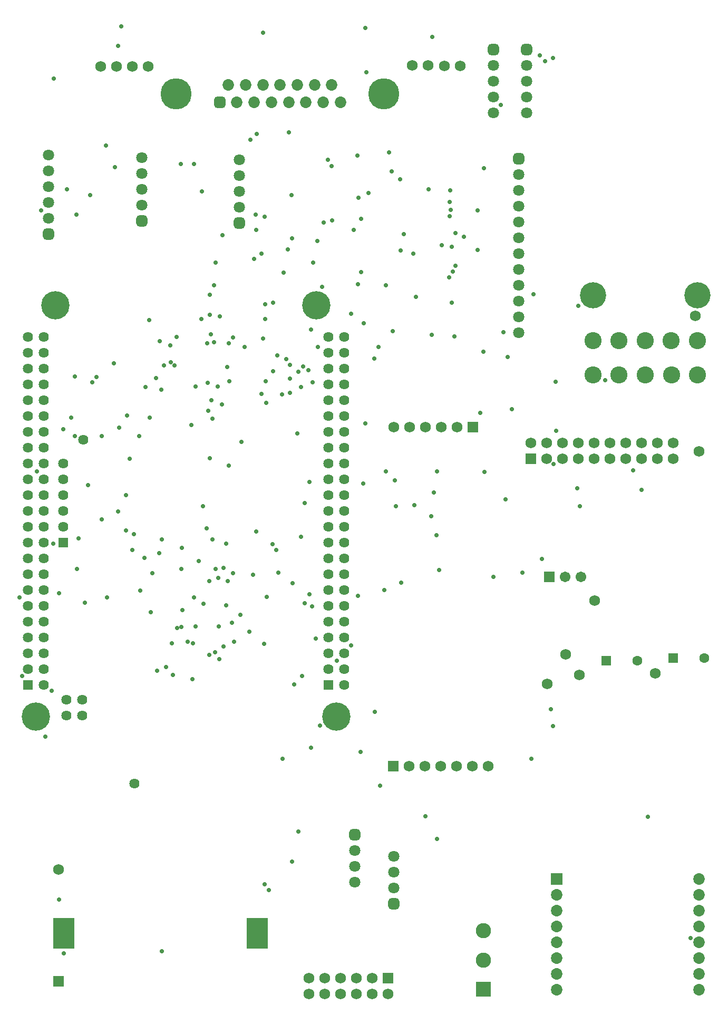
<source format=gbs>
G04*
G04 #@! TF.GenerationSoftware,Altium Limited,Altium Designer,24.1.2 (44)*
G04*
G04 Layer_Color=16711935*
%FSLAX44Y44*%
%MOMM*%
G71*
G04*
G04 #@! TF.SameCoordinates,9E3D1DA3-FC52-4BB6-AAC9-55B28770B0AD*
G04*
G04*
G04 #@! TF.FilePolarity,Negative*
G04*
G01*
G75*
%ADD78C,1.7272*%
%ADD87C,1.8032*%
G04:AMPARAMS|DCode=88|XSize=1.8032mm|YSize=1.8032mm|CornerRadius=0.5016mm|HoleSize=0mm|Usage=FLASHONLY|Rotation=90.000|XOffset=0mm|YOffset=0mm|HoleType=Round|Shape=RoundedRectangle|*
%AMROUNDEDRECTD88*
21,1,1.8032,0.8000,0,0,90.0*
21,1,0.8000,1.8032,0,0,90.0*
1,1,1.0032,0.4000,0.4000*
1,1,1.0032,0.4000,-0.4000*
1,1,1.0032,-0.4000,-0.4000*
1,1,1.0032,-0.4000,0.4000*
%
%ADD88ROUNDEDRECTD88*%
%ADD89R,1.7272X1.7272*%
%ADD90C,1.7532*%
%ADD91R,1.7532X1.7532*%
%ADD92C,2.7432*%
%ADD93C,4.2032*%
%ADD94R,1.7032X1.7032*%
%ADD95C,1.7032*%
%ADD96R,2.4500X2.4500*%
%ADD97C,2.4500*%
%ADD98R,1.8542X1.8542*%
%ADD99C,1.8542*%
%ADD100R,1.7532X1.7532*%
%ADD101C,1.6256*%
%ADD102C,4.5466*%
%ADD103R,1.6256X1.6256*%
%ADD104C,1.8532*%
%ADD105C,5.0032*%
G04:AMPARAMS|DCode=106|XSize=1.8532mm|YSize=1.8532mm|CornerRadius=0.5141mm|HoleSize=0mm|Usage=FLASHONLY|Rotation=180.000|XOffset=0mm|YOffset=0mm|HoleType=Round|Shape=RoundedRectangle|*
%AMROUNDEDRECTD106*
21,1,1.8532,0.8250,0,0,180.0*
21,1,0.8250,1.8532,0,0,180.0*
1,1,1.0282,-0.4125,0.4125*
1,1,1.0282,0.4125,0.4125*
1,1,1.0282,0.4125,-0.4125*
1,1,1.0282,-0.4125,-0.4125*
%
%ADD106ROUNDEDRECTD106*%
%ADD107R,1.6032X1.6032*%
%ADD108C,1.6032*%
%ADD109C,1.7400*%
%ADD110R,1.7400X1.7400*%
%ADD111C,0.7112*%
%ADD141R,3.3532X4.9832*%
D78*
X102870Y236636D02*
D03*
X747776Y1527048D02*
D03*
X722376D02*
D03*
X696214Y1527302D02*
D03*
X670814D02*
D03*
X246634Y1525778D02*
D03*
X221234D02*
D03*
X196088Y1526032D02*
D03*
X170688D02*
D03*
X939528Y548878D02*
D03*
X887984Y534162D02*
D03*
X1061212Y551434D02*
D03*
X916940Y581914D02*
D03*
X963897Y668307D02*
D03*
X1131824Y907796D02*
D03*
X1125474Y1125728D02*
D03*
D87*
X392938Y1325626D02*
D03*
Y1300226D02*
D03*
Y1351026D02*
D03*
Y1376426D02*
D03*
X578357Y267208D02*
D03*
Y241808D02*
D03*
Y216408D02*
D03*
X842264Y1174496D02*
D03*
Y1250696D02*
D03*
Y1301496D02*
D03*
Y1352296D02*
D03*
Y1326896D02*
D03*
Y1276096D02*
D03*
Y1225296D02*
D03*
Y1199896D02*
D03*
Y1149096D02*
D03*
Y1123696D02*
D03*
Y1098296D02*
D03*
X800862Y1502664D02*
D03*
Y1528064D02*
D03*
Y1477264D02*
D03*
Y1451864D02*
D03*
X236220Y1379220D02*
D03*
Y1353820D02*
D03*
Y1303020D02*
D03*
Y1328420D02*
D03*
X641096Y206755D02*
D03*
Y232155D02*
D03*
Y257555D02*
D03*
X854710Y1451864D02*
D03*
Y1477264D02*
D03*
Y1528064D02*
D03*
Y1502664D02*
D03*
X86868Y1383538D02*
D03*
Y1358138D02*
D03*
Y1307338D02*
D03*
Y1281938D02*
D03*
Y1332738D02*
D03*
D88*
X392938Y1274826D02*
D03*
X578357Y292608D02*
D03*
X842264Y1377696D02*
D03*
X800862Y1553464D02*
D03*
X236220Y1277620D02*
D03*
X641096Y181355D02*
D03*
X854710Y1553464D02*
D03*
X86868Y1256538D02*
D03*
D89*
X102870Y56642D02*
D03*
D90*
X792988Y402082D02*
D03*
X767588D02*
D03*
X742188D02*
D03*
X716788D02*
D03*
X691388D02*
D03*
X665988D02*
D03*
X742858Y946912D02*
D03*
X717458D02*
D03*
X692058D02*
D03*
X666658D02*
D03*
X641258D02*
D03*
X988568Y921512D02*
D03*
X963168D02*
D03*
Y896112D02*
D03*
X988568D02*
D03*
X937768D02*
D03*
Y921512D02*
D03*
X912368Y896112D02*
D03*
Y921512D02*
D03*
X886968Y896112D02*
D03*
Y921512D02*
D03*
X861568D02*
D03*
X1090168Y896112D02*
D03*
Y921512D02*
D03*
X1064768Y896112D02*
D03*
Y921512D02*
D03*
X1039368Y896112D02*
D03*
Y921512D02*
D03*
X1013968D02*
D03*
Y896112D02*
D03*
D91*
X640588Y402082D02*
D03*
X768258Y946912D02*
D03*
D92*
X1129136Y1030850D02*
D03*
X1087136D02*
D03*
X1045136D02*
D03*
X1003136D02*
D03*
X961136D02*
D03*
X1128776Y1085850D02*
D03*
X1086866D02*
D03*
X1044956D02*
D03*
X1003046D02*
D03*
X961136D02*
D03*
D93*
X1129136Y1158849D02*
D03*
X961136D02*
D03*
D94*
X890986Y706780D02*
D03*
D95*
X916386D02*
D03*
X941786D02*
D03*
D96*
X785114Y44186D02*
D03*
D97*
Y91186D02*
D03*
Y138186D02*
D03*
D98*
X902970Y220980D02*
D03*
D99*
Y195580D02*
D03*
Y119380D02*
D03*
Y68580D02*
D03*
Y93980D02*
D03*
Y144780D02*
D03*
Y43180D02*
D03*
Y170180D02*
D03*
X1131570Y43180D02*
D03*
Y144780D02*
D03*
Y93980D02*
D03*
Y119380D02*
D03*
Y220980D02*
D03*
Y170180D02*
D03*
Y195580D02*
D03*
Y68580D02*
D03*
D100*
X861568Y896112D02*
D03*
D101*
X53340Y736092D02*
D03*
Y710692D02*
D03*
Y659892D02*
D03*
Y761492D02*
D03*
Y685292D02*
D03*
Y634492D02*
D03*
Y609092D02*
D03*
Y863092D02*
D03*
Y888492D02*
D03*
Y1040892D02*
D03*
Y1015492D02*
D03*
Y964692D02*
D03*
Y939292D02*
D03*
Y913892D02*
D03*
Y583692D02*
D03*
Y837692D02*
D03*
Y990092D02*
D03*
Y1066292D02*
D03*
Y786892D02*
D03*
Y812292D02*
D03*
Y558292D02*
D03*
Y1091692D02*
D03*
X78740Y710692D02*
D03*
Y685292D02*
D03*
Y659892D02*
D03*
Y736092D02*
D03*
Y837692D02*
D03*
Y609092D02*
D03*
Y634492D02*
D03*
Y863092D02*
D03*
Y888492D02*
D03*
Y1066292D02*
D03*
Y1040892D02*
D03*
Y1015492D02*
D03*
Y990092D02*
D03*
Y964692D02*
D03*
Y939292D02*
D03*
Y913892D02*
D03*
Y583692D02*
D03*
Y761492D02*
D03*
Y812292D02*
D03*
Y786892D02*
D03*
Y558292D02*
D03*
Y1091692D02*
D03*
X142240Y926592D02*
D03*
X224790Y374142D02*
D03*
X78740Y532892D02*
D03*
X561340D02*
D03*
X535940Y736092D02*
D03*
X561340Y710692D02*
D03*
X535940D02*
D03*
Y659892D02*
D03*
X561340Y685292D02*
D03*
Y659892D02*
D03*
X535940Y761492D02*
D03*
Y685292D02*
D03*
X561340Y736092D02*
D03*
Y837692D02*
D03*
X535940Y634492D02*
D03*
Y609092D02*
D03*
X561340D02*
D03*
Y634492D02*
D03*
Y863092D02*
D03*
X535940D02*
D03*
Y888492D02*
D03*
X561340D02*
D03*
X535940Y1091692D02*
D03*
X561340Y1066292D02*
D03*
X535940Y1040892D02*
D03*
X561340D02*
D03*
X535940Y1015492D02*
D03*
X561340D02*
D03*
Y990092D02*
D03*
Y964692D02*
D03*
Y939292D02*
D03*
X535940Y964692D02*
D03*
Y939292D02*
D03*
Y913892D02*
D03*
X561340D02*
D03*
X535940Y583692D02*
D03*
X561340D02*
D03*
Y761492D02*
D03*
X535940Y837692D02*
D03*
X561340Y812292D02*
D03*
X535940Y990092D02*
D03*
X561340Y1091692D02*
D03*
X535940Y1066292D02*
D03*
Y786892D02*
D03*
Y812292D02*
D03*
X561340Y786892D02*
D03*
X535940Y558292D02*
D03*
X561340D02*
D03*
X110490Y812292D02*
D03*
Y888492D02*
D03*
Y786892D02*
D03*
Y863092D02*
D03*
Y837692D02*
D03*
X140970Y483362D02*
D03*
X115570D02*
D03*
X140970Y508762D02*
D03*
X115570D02*
D03*
D102*
X66040Y482092D02*
D03*
X97790Y1142492D02*
D03*
X548640Y482092D02*
D03*
X516890Y1142492D02*
D03*
D103*
X53340Y532892D02*
D03*
X535940D02*
D03*
X110490Y761492D02*
D03*
D104*
X541594Y1496544D02*
D03*
X513894D02*
D03*
X486194D02*
D03*
X458494D02*
D03*
X430794D02*
D03*
X403094D02*
D03*
X375394D02*
D03*
X555444Y1468144D02*
D03*
X527744D02*
D03*
X500044D02*
D03*
X472344D02*
D03*
X389244D02*
D03*
X444644D02*
D03*
X416944D02*
D03*
D105*
X291894Y1482344D02*
D03*
X625094D02*
D03*
D106*
X361544Y1468144D02*
D03*
D107*
X1090168Y575818D02*
D03*
X982364Y571754D02*
D03*
D108*
X1140168Y575818D02*
D03*
X1032364Y571754D02*
D03*
D109*
X504698Y36322D02*
D03*
X530098D02*
D03*
X555498D02*
D03*
X580898D02*
D03*
X606298D02*
D03*
X631698D02*
D03*
X504698Y61722D02*
D03*
X530098D02*
D03*
X555498D02*
D03*
X580898D02*
D03*
X606298D02*
D03*
D110*
X631698D02*
D03*
D111*
X495554Y1044448D02*
D03*
X884090Y1534414D02*
D03*
X897128Y1539494D02*
D03*
X703326Y1573784D02*
D03*
X179324Y1398778D02*
D03*
X535432Y1376172D02*
D03*
X541528Y1365928D02*
D03*
X734060Y1236218D02*
D03*
X740664Y1258653D02*
D03*
X731266Y1308100D02*
D03*
X616458Y1075436D02*
D03*
X572262Y1129284D02*
D03*
X265377Y1085035D02*
D03*
X212734Y965454D02*
D03*
X249174Y962152D02*
D03*
X242824Y1011606D02*
D03*
X487934Y1036066D02*
D03*
X898144Y887222D02*
D03*
X940054Y820166D02*
D03*
X452628Y749300D02*
D03*
X446278Y759206D02*
D03*
X334518Y820166D02*
D03*
X264231Y744291D02*
D03*
X455422Y712978D02*
D03*
X367538Y720932D02*
D03*
X327914Y731774D02*
D03*
X253238Y712724D02*
D03*
X300192Y719074D02*
D03*
X344932Y699432D02*
D03*
X285053Y599375D02*
D03*
X583692Y676148D02*
D03*
X691642Y322326D02*
D03*
X508000Y432308D02*
D03*
X516264Y607230D02*
D03*
X522614Y467784D02*
D03*
X1118024Y126154D02*
D03*
X432562Y598678D02*
D03*
X491998Y771144D02*
D03*
X436062Y985464D02*
D03*
X474608Y1047106D02*
D03*
X454034Y1062144D02*
D03*
X468258Y1055794D02*
D03*
X486156Y936922D02*
D03*
X492506Y1011174D02*
D03*
X701430Y803910D02*
D03*
X673998Y821860D02*
D03*
X644280Y819574D02*
D03*
X705404Y842180D02*
D03*
X320548Y673100D02*
D03*
X343408Y973328D02*
D03*
X865632Y1160442D02*
D03*
X1025652Y877316D02*
D03*
X901700Y941070D02*
D03*
X875792Y1543774D02*
D03*
X785876Y1362202D02*
D03*
X696976Y1328674D02*
D03*
X732536Y1295400D02*
D03*
X730969Y1285283D02*
D03*
X740410Y1205992D02*
D03*
X718448Y1238674D02*
D03*
X730504Y1187704D02*
D03*
X736092Y1196594D02*
D03*
X734568Y1146810D02*
D03*
X592718Y1113282D02*
D03*
X588518Y1196086D02*
D03*
X651848Y1230800D02*
D03*
X672592Y1225804D02*
D03*
X657488Y1256454D02*
D03*
X589026Y1280922D02*
D03*
X577224Y1263566D02*
D03*
X651417Y1344821D02*
D03*
X633242Y1387582D02*
D03*
X637540Y1357884D02*
D03*
X582422Y1382776D02*
D03*
X382874Y1091100D02*
D03*
X401542Y1075436D02*
D03*
X376174Y1081786D02*
D03*
X361696Y1124712D02*
D03*
X331978Y1120140D02*
D03*
X347714Y1095926D02*
D03*
X292512Y1091534D02*
D03*
X282330Y1078230D02*
D03*
X289052Y1045972D02*
D03*
X283210Y1050798D02*
D03*
X272127Y1045914D02*
D03*
X373380Y1043114D02*
D03*
X377162Y1020234D02*
D03*
X358394Y1011936D02*
D03*
X342138Y1018032D02*
D03*
X261112Y555498D02*
D03*
X286512Y549060D02*
D03*
X275590Y561848D02*
D03*
X318008Y542544D02*
D03*
X344678Y580898D02*
D03*
X353915Y585259D02*
D03*
X367792Y594360D02*
D03*
X359918Y626618D02*
D03*
X385064Y602488D02*
D03*
X409194Y618490D02*
D03*
X318906Y599440D02*
D03*
X371992Y660316D02*
D03*
X382559Y712502D02*
D03*
X374650Y699848D02*
D03*
X354838Y718820D02*
D03*
X359664Y704850D02*
D03*
X301244Y752602D02*
D03*
X848004Y713130D02*
D03*
X549637Y571734D02*
D03*
X43970Y547624D02*
D03*
X526419Y1171834D02*
D03*
X103378Y680212D02*
D03*
X40132Y673608D02*
D03*
X94488Y759968D02*
D03*
X68326Y876046D02*
D03*
X198628Y1558798D02*
D03*
X518414Y1245616D02*
D03*
X528828Y1275334D02*
D03*
X541782Y1278636D02*
D03*
X360528Y574684D02*
D03*
X381644Y632376D02*
D03*
X322970Y626788D02*
D03*
X301634Y653458D02*
D03*
X234070Y684192D02*
D03*
X352874Y1174666D02*
D03*
X341698Y1081448D02*
D03*
X198002Y811446D02*
D03*
X349894Y960036D02*
D03*
X1049410Y321226D02*
D03*
X268815Y766181D02*
D03*
X116468Y1328538D02*
D03*
X232292Y932411D02*
D03*
X299212Y1369366D02*
D03*
X111500Y102144D02*
D03*
X200034Y946320D02*
D03*
X267598Y1006772D02*
D03*
X714384Y717720D02*
D03*
X779916Y969346D02*
D03*
X709812Y773600D02*
D03*
X591956Y855896D02*
D03*
X376310Y885360D02*
D03*
X135264Y768520D02*
D03*
X81704Y449496D02*
D03*
X597283Y1516550D02*
D03*
X812682Y1464480D02*
D03*
X421014Y1417744D02*
D03*
X584756Y1315584D02*
D03*
X830716Y976038D02*
D03*
X901328Y1019472D02*
D03*
X738514Y1092878D02*
D03*
X507873Y1103122D02*
D03*
X94911Y1506357D02*
D03*
X824112Y1059604D02*
D03*
X149996Y853610D02*
D03*
X710320Y875708D02*
D03*
X474608Y1001753D02*
D03*
Y1024806D02*
D03*
X157108Y1018456D02*
D03*
X510422Y1018626D02*
D03*
X785297Y1067868D02*
D03*
X893708Y493946D02*
D03*
X787028Y875200D02*
D03*
X471052Y1232070D02*
D03*
X430920Y1088814D02*
D03*
X434984Y1120818D02*
D03*
X519312Y1075860D02*
D03*
X172348Y799000D02*
D03*
Y932096D02*
D03*
X609990Y1056556D02*
D03*
X505850Y858436D02*
D03*
X365508Y983644D02*
D03*
X122818Y962152D02*
D03*
X572906Y596308D02*
D03*
X588146Y425112D02*
D03*
X498484Y664126D02*
D03*
X416523Y1217084D02*
D03*
X435429Y1020488D02*
D03*
X505850Y678435D02*
D03*
X701938Y1094656D02*
D03*
X862330Y414020D02*
D03*
X335924Y663237D02*
D03*
X437270Y674286D02*
D03*
X462416Y414698D02*
D03*
X497976Y824908D02*
D03*
X447684Y1146472D02*
D03*
X433916Y1284648D02*
D03*
X595258Y953178D02*
D03*
X461908Y999406D02*
D03*
X464448Y1194986D02*
D03*
X224136Y775350D02*
D03*
X345322Y896536D02*
D03*
X419236Y1288458D02*
D03*
X365980Y1254676D02*
D03*
X440826Y203878D02*
D03*
X315858Y949876D02*
D03*
X103514Y188384D02*
D03*
X268360Y105580D02*
D03*
X478146Y249344D02*
D03*
X775598Y1294554D02*
D03*
Y1231054D02*
D03*
X731656Y1326896D02*
D03*
X428380Y1225720D02*
D03*
X355228Y1210734D02*
D03*
X129168Y932858D02*
D03*
X248040Y1119040D02*
D03*
X144662Y664888D02*
D03*
X110118Y943526D02*
D03*
X259564Y1025822D02*
D03*
X322462Y1011852D02*
D03*
X395214Y645076D02*
D03*
X610498Y489628D02*
D03*
X396680Y923308D02*
D03*
X203404Y1590464D02*
D03*
X935618Y848276D02*
D03*
X643010Y861230D02*
D03*
X504072Y1038522D02*
D03*
X191652Y1049190D02*
D03*
X509914Y659300D02*
D03*
X710456Y285530D02*
D03*
X75066Y1294554D02*
D03*
X153162Y1319700D02*
D03*
X511438Y1210734D02*
D03*
X639708Y1101006D02*
D03*
X897264Y466768D02*
D03*
X345830Y1159172D02*
D03*
X434730Y1144186D02*
D03*
X429078Y999914D02*
D03*
X433968Y212768D02*
D03*
X625992Y685208D02*
D03*
X619134Y371010D02*
D03*
X92084Y523664D02*
D03*
X221370Y749978D02*
D03*
X879484Y735246D02*
D03*
X447176Y1036744D02*
D03*
X132724Y718736D02*
D03*
X348345Y989994D02*
D03*
X628278Y875708D02*
D03*
X217052Y895774D02*
D03*
X163458Y1027600D02*
D03*
X210702Y837692D02*
D03*
X180222Y673016D02*
D03*
X299856Y626026D02*
D03*
X493658Y547286D02*
D03*
X415494Y710100D02*
D03*
X420506Y779272D02*
D03*
X652916Y696892D02*
D03*
X478418Y696130D02*
D03*
X820810Y830750D02*
D03*
X211210Y780966D02*
D03*
X250580Y649648D02*
D03*
X340360Y784522D02*
D03*
X240420Y736516D02*
D03*
X350148Y766488D02*
D03*
X371856Y760138D02*
D03*
X481437Y533541D02*
D03*
X980576Y1022012D02*
D03*
X430794Y1580304D02*
D03*
X420252Y1263566D02*
D03*
X345922Y1126914D02*
D03*
X937142Y1141646D02*
D03*
X595766Y1587416D02*
D03*
X477148Y1319700D02*
D03*
X352874Y1083226D02*
D03*
X193430Y1364150D02*
D03*
X310066Y602150D02*
D03*
X487562Y297604D02*
D03*
X128914Y1028108D02*
D03*
X1039368Y846108D02*
D03*
X817542Y1098974D02*
D03*
X477402Y1250104D02*
D03*
X801252Y706780D02*
D03*
X628532Y1174666D02*
D03*
X583574Y1176444D02*
D03*
X293506Y624722D02*
D03*
X753500Y1252303D02*
D03*
X472344Y1420516D02*
D03*
X600338Y1322494D02*
D03*
X411108Y1408600D02*
D03*
X676538Y1156378D02*
D03*
X333130Y1325034D02*
D03*
X320684Y1368976D02*
D03*
X131318Y1287696D02*
D03*
D141*
X421900Y133858D02*
D03*
X111500D02*
D03*
M02*

</source>
